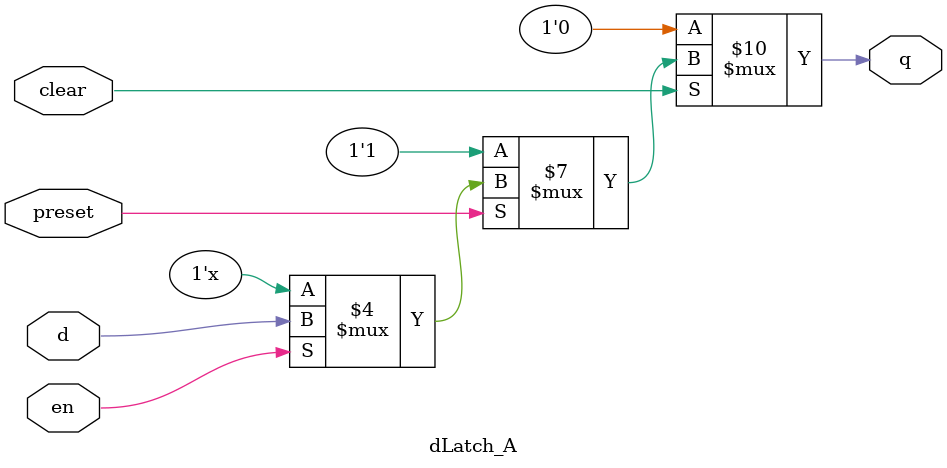
<source format=v>
module dLatch_A(input d,en,preset,clear,output reg q);
always@(*)
begin
if(~clear)
q<=0;
else if(~preset)
q<=1;
else if(en)
q<=d;
end
endmodule
</source>
